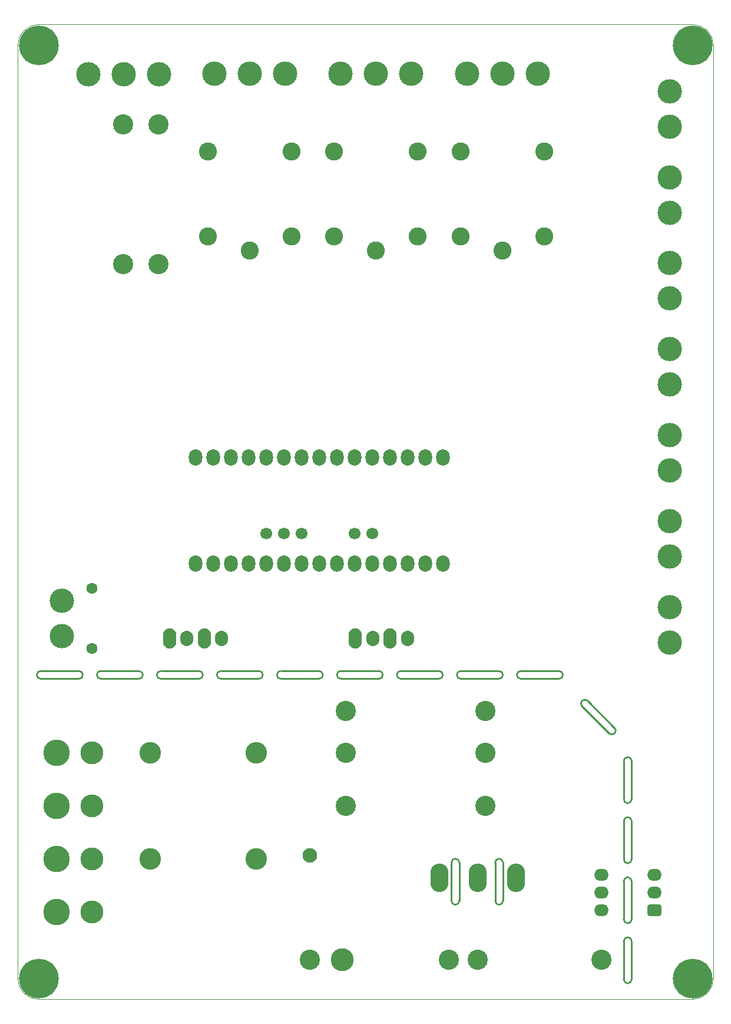
<source format=gbs>
G04*
G04 #@! TF.GenerationSoftware,Altium Limited,Altium Designer,24.7.2 (38)*
G04*
G04 Layer_Color=16711935*
%FSAX43Y43*%
%MOMM*%
G71*
G04*
G04 #@! TF.SameCoordinates,3F101F8B-C0B2-4B88-A1E1-6A066521CB33*
G04*
G04*
G04 #@! TF.FilePolarity,Negative*
G04*
G01*
G75*
%ADD10C,0.254*%
%ADD12C,0.100*%
%ADD36C,2.600*%
%ADD37C,2.100*%
%ADD38C,3.500*%
%ADD39C,3.100*%
%ADD40C,2.900*%
%ADD41C,3.300*%
%ADD42C,1.700*%
%ADD43C,5.700*%
%ADD44C,3.800*%
%ADD45O,2.100X1.700*%
G04:AMPARAMS|DCode=46|XSize=2.1mm|YSize=1.7mm|CornerRadius=0.45mm|HoleSize=0mm|Usage=FLASHONLY|Rotation=180.000|XOffset=0mm|YOffset=0mm|HoleType=Round|Shape=RoundedRectangle|*
%AMROUNDEDRECTD46*
21,1,2.100,0.800,0,0,180.0*
21,1,1.200,1.700,0,0,180.0*
1,1,0.900,-0.600,0.400*
1,1,0.900,0.600,0.400*
1,1,0.900,0.600,-0.400*
1,1,0.900,-0.600,-0.400*
%
%ADD46ROUNDEDRECTD46*%
%ADD47O,2.600X4.100*%
%ADD48O,1.950X2.350*%
%ADD49O,1.900X2.900*%
%ADD50O,1.900X2.200*%
%ADD51C,1.600*%
D10*
X0471749Y0548762D02*
G03*
X0472311Y0549324I0000000J0000562D01*
G01*
X0471186Y0549324D02*
G03*
X0471749Y0548762I0000563J0000000D01*
G01*
X0472311Y0554824D02*
G03*
X0471749Y0555387I-0000562J0000000D01*
G01*
X0471749D02*
G03*
X0471186Y0554824I0000000J-0000562D01*
G01*
X0465466Y0548770D02*
G03*
X0466028Y0549333I0000000J0000562D01*
G01*
X0464903Y0549333D02*
G03*
X0465466Y0548770I0000563J0000000D01*
G01*
X0466028Y0554833D02*
G03*
X0465466Y0555395I-0000562J0000000D01*
G01*
X0465466D02*
G03*
X0464903Y0554833I0000000J-0000562D01*
G01*
X0490234Y0537478D02*
G03*
X0490797Y0538041I0000000J0000562D01*
G01*
X0489672Y0538041D02*
G03*
X0490234Y0537478I0000563J0000000D01*
G01*
X0490797Y0543541D02*
G03*
X0490234Y0544103I-0000562J0000000D01*
G01*
X0490234D02*
G03*
X0489672Y0543541I0000000J-0000562D01*
G01*
X0490234Y0546103D02*
G03*
X0490797Y0546666I0000000J0000562D01*
G01*
X0489672Y0546666D02*
G03*
X0490234Y0546103I0000563J0000000D01*
G01*
X0490797Y0552166D02*
G03*
X0490234Y0552728I-0000562J0000000D01*
G01*
X0490234D02*
G03*
X0489672Y0552166I0000000J-0000562D01*
G01*
X0490234Y0554728D02*
G03*
X0490797Y0555291I0000000J0000562D01*
G01*
X0489672Y0555291D02*
G03*
X0490234Y0554728I0000563J0000000D01*
G01*
X0490797Y0560791D02*
G03*
X0490234Y0561353I-0000562J0000000D01*
G01*
X0490234D02*
G03*
X0489672Y0560791I0000000J-0000562D01*
G01*
X0490234Y0563353D02*
G03*
X0490797Y0563916I0000000J0000562D01*
G01*
X0489672Y0563916D02*
G03*
X0490234Y0563353I0000563J0000000D01*
G01*
X0490797Y0569416D02*
G03*
X0490234Y0569978I-0000562J0000000D01*
G01*
X0490234D02*
G03*
X0489672Y0569416I0000000J-0000562D01*
G01*
X0488360Y0573380D02*
G03*
X0488360Y0574176I-0000398J0000398D01*
G01*
X0487565Y0573380D02*
G03*
X0488360Y0573380I0000398J0000398D01*
G01*
X0484471Y0578065D02*
G03*
X0483676Y0578065I-0000398J-0000398D01*
G01*
X0483676Y0578065D02*
G03*
X0483676Y0577269I0000398J-0000398D01*
G01*
X0480924Y0581787D02*
G03*
X0480361Y0582349I-0000562J0000000D01*
G01*
X0480361Y0581224D02*
G03*
X0480924Y0581787I0000000J0000563D01*
G01*
X0474861Y0582349D02*
G03*
X0474299Y0581787I0000000J-0000562D01*
G01*
Y0581787D02*
G03*
X0474861Y0581224I0000562J0000000D01*
G01*
X0472299Y0581787D02*
G03*
X0471736Y0582349I-0000562J0000000D01*
G01*
X0471736Y0581224D02*
G03*
X0472299Y0581787I0000000J0000563D01*
G01*
X0466236Y0582349D02*
G03*
X0465674Y0581787I0000000J-0000562D01*
G01*
Y0581787D02*
G03*
X0466236Y0581224I0000562J0000000D01*
G01*
X0463674Y0581787D02*
G03*
X0463111Y0582349I-0000562J0000000D01*
G01*
X0463111Y0581224D02*
G03*
X0463674Y0581787I0000000J0000563D01*
G01*
X0457611Y0582349D02*
G03*
X0457049Y0581787I0000000J-0000562D01*
G01*
Y0581787D02*
G03*
X0457611Y0581224I0000562J0000000D01*
G01*
X0455049Y0581787D02*
G03*
X0454486Y0582349I-0000562J0000000D01*
G01*
X0454486Y0581224D02*
G03*
X0455049Y0581787I0000000J0000563D01*
G01*
X0448986Y0582349D02*
G03*
X0448424Y0581787I0000000J-0000562D01*
G01*
Y0581787D02*
G03*
X0448986Y0581224I0000562J0000000D01*
G01*
X0446424Y0581787D02*
G03*
X0445861Y0582349I-0000562J0000000D01*
G01*
X0445861Y0581224D02*
G03*
X0446424Y0581787I0000000J0000563D01*
G01*
X0440361Y0582349D02*
G03*
X0439799Y0581787I0000000J-0000562D01*
G01*
Y0581787D02*
G03*
X0440361Y0581224I0000562J0000000D01*
G01*
X0437799Y0581787D02*
G03*
X0437236Y0582349I-0000562J0000000D01*
G01*
X0437236Y0581224D02*
G03*
X0437799Y0581787I0000000J0000563D01*
G01*
X0431736Y0582349D02*
G03*
X0431174Y0581787I0000000J-0000562D01*
G01*
Y0581787D02*
G03*
X0431736Y0581224I0000562J0000000D01*
G01*
X0429174Y0581787D02*
G03*
X0428611Y0582349I-0000562J0000000D01*
G01*
X0428611Y0581224D02*
G03*
X0429174Y0581787I0000000J0000563D01*
G01*
X0423111Y0582349D02*
G03*
X0422549Y0581787I0000000J-0000562D01*
G01*
Y0581787D02*
G03*
X0423111Y0581224I0000562J0000000D01*
G01*
X0420549Y0581787D02*
G03*
X0419986Y0582349I-0000562J0000000D01*
G01*
X0419986Y0581224D02*
G03*
X0420549Y0581787I0000000J0000563D01*
G01*
X0414486Y0582349D02*
G03*
X0413924Y0581787I0000000J-0000562D01*
G01*
Y0581787D02*
G03*
X0414486Y0581224I0000562J0000000D01*
G01*
X0411924Y0581787D02*
G03*
X0411361Y0582349I-0000562J0000000D01*
G01*
X0411361Y0581224D02*
G03*
X0411924Y0581787I0000000J0000563D01*
G01*
X0405861Y0582349D02*
G03*
X0405299Y0581787I0000000J-0000562D01*
G01*
Y0581787D02*
G03*
X0405861Y0581224I0000562J0000000D01*
G01*
X0471186Y0549324D02*
Y0554824D01*
X0472311Y0549324D02*
Y0554824D01*
X0464903Y0549333D02*
Y0554833D01*
X0466028Y0549333D02*
Y0554833D01*
X0489672Y0538041D02*
Y0543541D01*
X0490797Y0538041D02*
Y0543541D01*
X0489672Y0546666D02*
Y0552166D01*
X0490797Y0546666D02*
Y0552166D01*
X0489672Y0555291D02*
Y0560791D01*
X0490797Y0555291D02*
Y0560791D01*
X0489672Y0563916D02*
Y0569416D01*
X0490797Y0563916D02*
Y0569416D01*
X0483676Y0577269D02*
X0487565Y0573380D01*
X0484471Y0578065D02*
X0488360Y0574176D01*
X0474861Y0581224D02*
X0480361D01*
X0474861Y0582349D02*
X0480361D01*
X0466236Y0581224D02*
X0471736D01*
X0466236Y0582349D02*
X0471736D01*
X0457611Y0581224D02*
X0463111D01*
X0457611Y0582349D02*
X0463111D01*
X0448986Y0581224D02*
X0454486D01*
X0448986Y0582349D02*
X0454486D01*
X0440361Y0581224D02*
X0445861D01*
X0440361Y0582349D02*
X0445861D01*
X0431736Y0581224D02*
X0437236D01*
X0431736Y0582349D02*
X0437236D01*
X0423111Y0581224D02*
X0428611D01*
X0423111Y0582349D02*
X0428611D01*
X0414486Y0581224D02*
X0419986D01*
X0414486Y0582349D02*
X0419986D01*
X0405862Y0581224D02*
X0411361D01*
X0405861Y0582349D02*
X0411361D01*
D12*
X0499566Y0535195D02*
G03*
X0502566Y0538195I-0000000J0003000D01*
G01*
X0502566Y0672195D02*
G03*
X0499566Y0675195I-0003000J0000000D01*
G01*
X0405566Y0675195D02*
G03*
X0402566Y0672195I-0000000J-0003000D01*
G01*
X0402566Y0538195D02*
G03*
X0405566Y0535195I0003000J-0000000D01*
G01*
X0402566Y0538195D02*
X0402566Y0672195D01*
X0405566Y0535195D02*
X0499566Y0535195D01*
X0502566Y0538195D02*
X0502566Y0672195D01*
X0405566Y0675195D02*
X0499566Y0675195D01*
D36*
X0472209Y0642741D02*
D03*
X0466209Y0656941D02*
D03*
X0478209D02*
D03*
X0466209Y0644741D02*
D03*
X0478209D02*
D03*
X0454059Y0642741D02*
D03*
X0448059Y0656941D02*
D03*
X0460059D02*
D03*
X0448059Y0644741D02*
D03*
X0460059D02*
D03*
X0435909Y0642741D02*
D03*
X0429909Y0656941D02*
D03*
X0441909D02*
D03*
X0429909Y0644741D02*
D03*
X0441909D02*
D03*
D37*
X0444541Y0555848D02*
D03*
Y0540848D02*
D03*
D38*
X0496311Y0591527D02*
D03*
Y0586447D02*
D03*
X0496311Y0653252D02*
D03*
Y0648172D02*
D03*
Y0665597D02*
D03*
X0496311Y0660517D02*
D03*
X0408923Y0587328D02*
D03*
X0408923Y0592408D02*
D03*
X0496311Y0640907D02*
D03*
Y0635827D02*
D03*
Y0603872D02*
D03*
Y0598792D02*
D03*
X0496311Y0616217D02*
D03*
X0496311Y0611137D02*
D03*
Y0628562D02*
D03*
X0496311Y0623482D02*
D03*
X0459139Y0668102D02*
D03*
X0454059D02*
D03*
X0448979D02*
D03*
X0440989Y0668102D02*
D03*
X0435909D02*
D03*
X0430829D02*
D03*
X0477289Y0668102D02*
D03*
X0472209D02*
D03*
X0467129D02*
D03*
X0422832Y0668069D02*
D03*
X0417752D02*
D03*
X0412672D02*
D03*
D39*
X0421601Y0570588D02*
D03*
X0436841D02*
D03*
Y0555348D02*
D03*
X0421601D02*
D03*
D40*
X0449741Y0562968D02*
D03*
X0469741D02*
D03*
Y0576608D02*
D03*
X0449741D02*
D03*
X0469741Y0570588D02*
D03*
X0449741Y0570588D02*
D03*
X0468641Y0540848D02*
D03*
X0486421D02*
D03*
X0444541D02*
D03*
X0464541D02*
D03*
X0417672Y0660819D02*
D03*
Y0640819D02*
D03*
X0422752Y0660819D02*
D03*
Y0640819D02*
D03*
D41*
X0449166Y0540848D02*
D03*
X0413221Y0547728D02*
D03*
Y0555348D02*
D03*
Y0562968D02*
D03*
Y0570588D02*
D03*
D42*
X0438301Y0602084D02*
D03*
X0440841Y0602084D02*
D03*
X0443381Y0602084D02*
D03*
X0451001Y0602084D02*
D03*
X0453541Y0602084D02*
D03*
D43*
X0499566Y0538195D02*
D03*
X0405566Y0538195D02*
D03*
X0405566Y0672195D02*
D03*
X0499566D02*
D03*
D44*
X0408141Y0547728D02*
D03*
Y0562968D02*
D03*
Y0555348D02*
D03*
Y0570588D02*
D03*
D45*
X0486421Y0550522D02*
D03*
X0494041D02*
D03*
X0486421Y0547982D02*
D03*
Y0553062D02*
D03*
X0494041D02*
D03*
D46*
Y0547982D02*
D03*
D47*
X0468641Y0552643D02*
D03*
X0474141D02*
D03*
X0463141D02*
D03*
D48*
X0438301Y0613024D02*
D03*
X0428141D02*
D03*
X0430681Y0613024D02*
D03*
X0433221Y0613024D02*
D03*
X0435761Y0613024D02*
D03*
X0440841Y0613024D02*
D03*
X0443381Y0613024D02*
D03*
X0445921D02*
D03*
X0448461D02*
D03*
X0451001Y0613024D02*
D03*
X0453541Y0613024D02*
D03*
X0456081Y0613024D02*
D03*
X0458621Y0613024D02*
D03*
X0461161Y0613024D02*
D03*
X0463701D02*
D03*
X0428141Y0597784D02*
D03*
X0430681D02*
D03*
X0433221Y0597784D02*
D03*
X0435761Y0597784D02*
D03*
X0438301Y0597784D02*
D03*
X0440841D02*
D03*
X0443381D02*
D03*
X0445921Y0597784D02*
D03*
X0448461Y0597784D02*
D03*
X0451001D02*
D03*
X0453541D02*
D03*
X0456081Y0597784D02*
D03*
X0458621Y0597784D02*
D03*
X0461161Y0597784D02*
D03*
X0463701D02*
D03*
D49*
X0451081Y0587026D02*
D03*
X0456081D02*
D03*
X0429356Y0587049D02*
D03*
X0424356D02*
D03*
D50*
X0458581Y0587026D02*
D03*
X0453581D02*
D03*
X0426856Y0587049D02*
D03*
X0431856D02*
D03*
D51*
X0413223Y0594172D02*
D03*
Y0585562D02*
D03*
M02*

</source>
